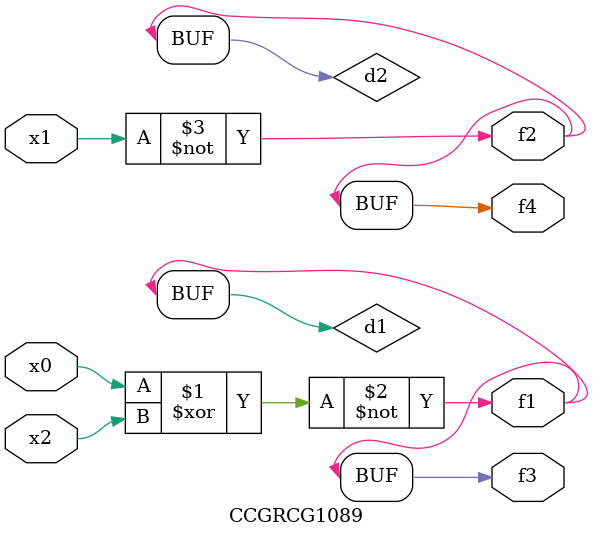
<source format=v>
module CCGRCG1089(
	input x0, x1, x2,
	output f1, f2, f3, f4
);

	wire d1, d2, d3;

	xnor (d1, x0, x2);
	nand (d2, x1);
	nor (d3, x1, x2);
	assign f1 = d1;
	assign f2 = d2;
	assign f3 = d1;
	assign f4 = d2;
endmodule

</source>
